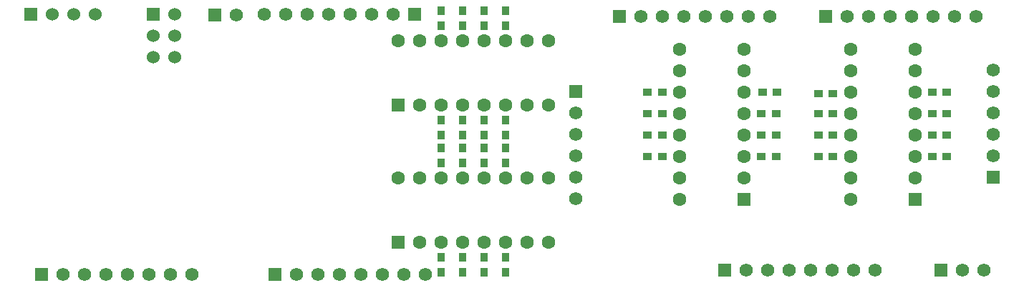
<source format=gbr>
%TF.GenerationSoftware,KiCad,Pcbnew,(6.0.4)*%
%TF.CreationDate,2022-05-03T21:15:35-03:00*%
%TF.ProjectId,PXN_2119-rounded,50584e5f-3231-4313-992d-726f756e6465,rev?*%
%TF.SameCoordinates,Original*%
%TF.FileFunction,Paste,Bot*%
%TF.FilePolarity,Positive*%
%FSLAX46Y46*%
G04 Gerber Fmt 4.6, Leading zero omitted, Abs format (unit mm)*
G04 Created by KiCad (PCBNEW (6.0.4)) date 2022-05-03 21:15:35*
%MOMM*%
%LPD*%
G01*
G04 APERTURE LIST*
%ADD10R,1.575000X1.575000*%
%ADD11C,1.575000*%
%ADD12R,0.950000X1.050000*%
%ADD13R,1.050000X0.950000*%
%ADD14R,1.600000X1.600000*%
%ADD15C,1.600000*%
%ADD16R,1.524000X1.524000*%
%ADD17C,1.524000*%
G04 APERTURE END LIST*
D10*
%TO.C,H4*%
X141059000Y-83097000D03*
D11*
X138519000Y-83097000D03*
X135979000Y-83097000D03*
X133439000Y-83097000D03*
X130899000Y-83097000D03*
X128359000Y-83097000D03*
X125819000Y-83097000D03*
X123279000Y-83097000D03*
%TD*%
D12*
%TO.C,R21*%
X149314000Y-100736000D03*
X149314000Y-98986000D03*
%TD*%
D13*
%TO.C,R37*%
X182094000Y-94908000D03*
X183844000Y-94908000D03*
%TD*%
D12*
%TO.C,R16*%
X144234000Y-95684000D03*
X144234000Y-97434000D03*
%TD*%
D14*
%TO.C,U4*%
X139154000Y-110148000D03*
D15*
X141694000Y-110148000D03*
X144234000Y-110148000D03*
X146774000Y-110148000D03*
X149314000Y-110148000D03*
X151854000Y-110148000D03*
X154394000Y-110148000D03*
X156934000Y-110148000D03*
X156934000Y-102528000D03*
X154394000Y-102528000D03*
X151854000Y-102528000D03*
X149314000Y-102528000D03*
X146774000Y-102528000D03*
X144234000Y-102528000D03*
X141694000Y-102528000D03*
X139154000Y-102528000D03*
%TD*%
D16*
%TO.C,P1*%
X110198000Y-83097000D03*
D17*
X112738000Y-83097000D03*
X110198000Y-85637000D03*
X112738000Y-85637000D03*
X110198000Y-88177000D03*
X112738000Y-88177000D03*
%TD*%
D12*
%TO.C,R26*%
X149314000Y-111940000D03*
X149314000Y-113690000D03*
%TD*%
D10*
%TO.C,H6*%
X203289000Y-113475000D03*
D11*
X205829000Y-113475000D03*
X208369000Y-113475000D03*
%TD*%
D12*
%TO.C,R15*%
X144234000Y-84480000D03*
X144234000Y-82730000D03*
%TD*%
D10*
%TO.C,H8*%
X209512000Y-102401000D03*
D11*
X209512000Y-99861000D03*
X209512000Y-97321000D03*
X209512000Y-94781000D03*
X209512000Y-92241000D03*
X209512000Y-89701000D03*
%TD*%
D12*
%TO.C,R20*%
X151854000Y-100736000D03*
X151854000Y-98986000D03*
%TD*%
D14*
%TO.C,U5*%
X200241000Y-105068000D03*
D15*
X200241000Y-102528000D03*
X200241000Y-99988000D03*
X200241000Y-97448000D03*
X200241000Y-94908000D03*
X200241000Y-92368000D03*
X200241000Y-89828000D03*
X200241000Y-87288000D03*
X192621000Y-87288000D03*
X192621000Y-89828000D03*
X192621000Y-92368000D03*
X192621000Y-94908000D03*
X192621000Y-97448000D03*
X192621000Y-99988000D03*
X192621000Y-102528000D03*
X192621000Y-105068000D03*
%TD*%
D12*
%TO.C,R25*%
X146774000Y-111940000D03*
X146774000Y-113690000D03*
%TD*%
D10*
%TO.C,H1*%
X165316000Y-83351000D03*
D11*
X167856000Y-83351000D03*
X170396000Y-83351000D03*
X172936000Y-83351000D03*
X175476000Y-83351000D03*
X178016000Y-83351000D03*
X180556000Y-83351000D03*
X183096000Y-83351000D03*
%TD*%
D12*
%TO.C,R22*%
X146774000Y-100736000D03*
X146774000Y-98986000D03*
%TD*%
D13*
%TO.C,R33*%
X190575000Y-97448000D03*
X188825000Y-97448000D03*
%TD*%
D12*
%TO.C,R24*%
X144234000Y-111940000D03*
X144234000Y-113690000D03*
%TD*%
D13*
%TO.C,R28*%
X202287000Y-92368000D03*
X204037000Y-92368000D03*
%TD*%
D10*
%TO.C,H2*%
X189700000Y-83351000D03*
D11*
X192240000Y-83351000D03*
X194780000Y-83351000D03*
X197320000Y-83351000D03*
X199860000Y-83351000D03*
X202400000Y-83351000D03*
X204940000Y-83351000D03*
X207480000Y-83351000D03*
%TD*%
D10*
%TO.C,H9*%
X96990000Y-113958000D03*
D11*
X99530000Y-113958000D03*
X102070000Y-113958000D03*
X104610000Y-113958000D03*
X107150000Y-113958000D03*
X109690000Y-113958000D03*
X112230000Y-113958000D03*
X114770000Y-113958000D03*
%TD*%
D13*
%TO.C,R31*%
X202287000Y-99988000D03*
X204037000Y-99988000D03*
%TD*%
%TO.C,R30*%
X202287000Y-97448000D03*
X204037000Y-97448000D03*
%TD*%
D16*
%TO.C,P2*%
X95720000Y-83097000D03*
D17*
X98260000Y-83097000D03*
X100800000Y-83097000D03*
X103340000Y-83097000D03*
%TD*%
D12*
%TO.C,R12*%
X151854000Y-84480000D03*
X151854000Y-82730000D03*
%TD*%
D13*
%TO.C,R32*%
X190575000Y-99988000D03*
X188825000Y-99988000D03*
%TD*%
D12*
%TO.C,R23*%
X144234000Y-100736000D03*
X144234000Y-98986000D03*
%TD*%
%TO.C,R14*%
X146774000Y-84480000D03*
X146774000Y-82730000D03*
%TD*%
D13*
%TO.C,R34*%
X190575000Y-94908000D03*
X188825000Y-94908000D03*
%TD*%
D14*
%TO.C,U6*%
X180048000Y-105068000D03*
D15*
X180048000Y-102528000D03*
X180048000Y-99988000D03*
X180048000Y-97448000D03*
X180048000Y-94908000D03*
X180048000Y-92368000D03*
X180048000Y-89828000D03*
X180048000Y-87288000D03*
X172428000Y-87288000D03*
X172428000Y-89828000D03*
X172428000Y-92368000D03*
X172428000Y-94908000D03*
X172428000Y-97448000D03*
X172428000Y-99988000D03*
X172428000Y-102528000D03*
X172428000Y-105068000D03*
%TD*%
D12*
%TO.C,R19*%
X151854000Y-95684000D03*
X151854000Y-97434000D03*
%TD*%
D10*
%TO.C,H10*%
X124549000Y-113958000D03*
D11*
X127089000Y-113958000D03*
X129629000Y-113958000D03*
X132169000Y-113958000D03*
X134709000Y-113958000D03*
X137249000Y-113958000D03*
X139789000Y-113958000D03*
X142329000Y-113958000D03*
%TD*%
D13*
%TO.C,R42*%
X170382000Y-94908000D03*
X168632000Y-94908000D03*
%TD*%
D14*
%TO.C,U2*%
X139154000Y-93892000D03*
D15*
X141694000Y-93892000D03*
X144234000Y-93892000D03*
X146774000Y-93892000D03*
X149314000Y-93892000D03*
X151854000Y-93892000D03*
X154394000Y-93892000D03*
X156934000Y-93892000D03*
X156934000Y-86272000D03*
X154394000Y-86272000D03*
X151854000Y-86272000D03*
X149314000Y-86272000D03*
X146774000Y-86272000D03*
X144234000Y-86272000D03*
X141694000Y-86272000D03*
X139154000Y-86272000D03*
%TD*%
D13*
%TO.C,R39*%
X182094000Y-99988000D03*
X183844000Y-99988000D03*
%TD*%
D12*
%TO.C,R27*%
X151854000Y-111940000D03*
X151854000Y-113690000D03*
%TD*%
%TO.C,R18*%
X149314000Y-95684000D03*
X149314000Y-97434000D03*
%TD*%
D13*
%TO.C,R40*%
X170382000Y-99988000D03*
X168632000Y-99988000D03*
%TD*%
D10*
%TO.C,H7*%
X160109000Y-92241000D03*
D11*
X160109000Y-94781000D03*
X160109000Y-97321000D03*
X160109000Y-99861000D03*
X160109000Y-102401000D03*
X160109000Y-104941000D03*
%TD*%
D13*
%TO.C,R35*%
X190575000Y-92495000D03*
X188825000Y-92495000D03*
%TD*%
%TO.C,R38*%
X182094000Y-97448000D03*
X183844000Y-97448000D03*
%TD*%
%TO.C,R29*%
X202287000Y-94908000D03*
X204037000Y-94908000D03*
%TD*%
D12*
%TO.C,R17*%
X146774000Y-95684000D03*
X146774000Y-97434000D03*
%TD*%
D13*
%TO.C,R41*%
X170382000Y-97448000D03*
X168632000Y-97448000D03*
%TD*%
D10*
%TO.C,H3*%
X177762000Y-113450000D03*
D11*
X180302000Y-113450000D03*
X182842000Y-113450000D03*
X185382000Y-113450000D03*
X187922000Y-113450000D03*
X190462000Y-113450000D03*
X193002000Y-113450000D03*
X195542000Y-113450000D03*
%TD*%
D10*
%TO.C,H5*%
X117437000Y-83224000D03*
D11*
X119977000Y-83224000D03*
%TD*%
D13*
%TO.C,R36*%
X182221000Y-92368000D03*
X183971000Y-92368000D03*
%TD*%
%TO.C,R43*%
X170382000Y-92368000D03*
X168632000Y-92368000D03*
%TD*%
D12*
%TO.C,R13*%
X149314000Y-84480000D03*
X149314000Y-82730000D03*
%TD*%
M02*

</source>
